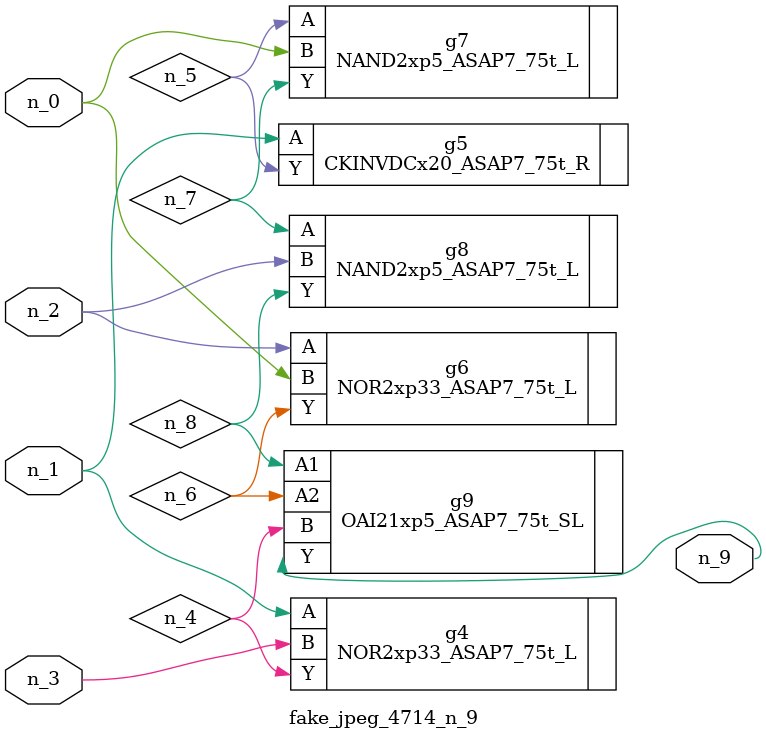
<source format=v>
module fake_jpeg_4714_n_9 (n_0, n_3, n_2, n_1, n_9);

input n_0;
input n_3;
input n_2;
input n_1;

output n_9;

wire n_4;
wire n_8;
wire n_6;
wire n_5;
wire n_7;

NOR2xp33_ASAP7_75t_L g4 ( 
.A(n_1),
.B(n_3),
.Y(n_4)
);

CKINVDCx20_ASAP7_75t_R g5 ( 
.A(n_1),
.Y(n_5)
);

NOR2xp33_ASAP7_75t_L g6 ( 
.A(n_2),
.B(n_0),
.Y(n_6)
);

NAND2xp5_ASAP7_75t_L g7 ( 
.A(n_5),
.B(n_0),
.Y(n_7)
);

NAND2xp5_ASAP7_75t_L g8 ( 
.A(n_7),
.B(n_2),
.Y(n_8)
);

OAI21xp5_ASAP7_75t_SL g9 ( 
.A1(n_8),
.A2(n_6),
.B(n_4),
.Y(n_9)
);


endmodule
</source>
